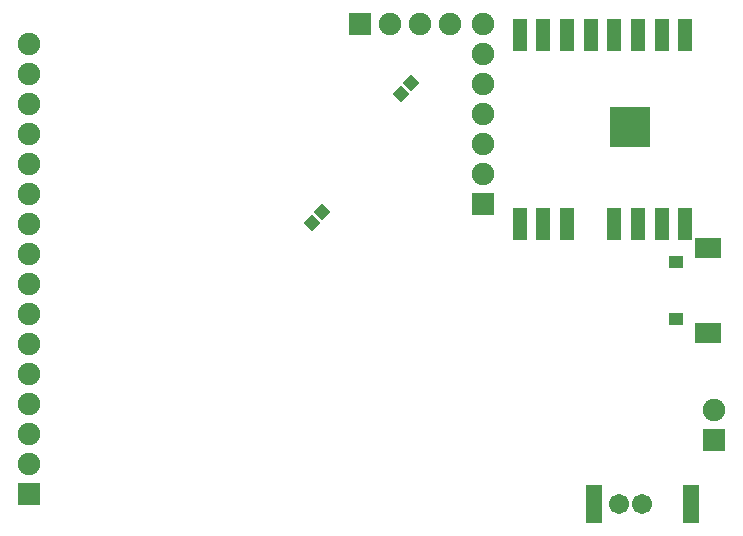
<source format=gbs>
G04*
G04 #@! TF.GenerationSoftware,Altium Limited,Altium Designer,18.1.9 (240)*
G04*
G04 Layer_Color=16711935*
%FSLAX25Y25*%
%MOIN*%
G70*
G01*
G75*
%ADD62P,0.05374X4X90.0*%
%ADD82R,0.07493X0.07493*%
%ADD83C,0.07493*%
%ADD84R,0.07493X0.07493*%
%ADD85R,0.05524X0.12611*%
%ADD86C,0.06706*%
%ADD87R,0.08674X0.06706*%
%ADD88R,0.04737X0.03950*%
%ADD100R,0.13398X0.13398*%
%ADD101R,0.05131X0.10642*%
D62*
X53000Y-67000D02*
D03*
X49381Y-70619D02*
D03*
X19691Y-113751D02*
D03*
X23310Y-110132D02*
D03*
D82*
X77000Y-107465D02*
D03*
X154000Y-186000D02*
D03*
X-74500Y-204000D02*
D03*
D83*
X77000Y-97465D02*
D03*
Y-87465D02*
D03*
Y-77465D02*
D03*
Y-67465D02*
D03*
Y-57465D02*
D03*
Y-47465D02*
D03*
X66000Y-47500D02*
D03*
X56000D02*
D03*
X46000D02*
D03*
X154000Y-176000D02*
D03*
X-74500Y-74000D02*
D03*
Y-94000D02*
D03*
Y-134000D02*
D03*
Y-144000D02*
D03*
Y-164000D02*
D03*
Y-194000D02*
D03*
Y-184000D02*
D03*
Y-174000D02*
D03*
Y-154000D02*
D03*
Y-124000D02*
D03*
Y-114000D02*
D03*
Y-104000D02*
D03*
Y-84000D02*
D03*
Y-64000D02*
D03*
Y-54000D02*
D03*
D84*
X36000Y-47500D02*
D03*
D85*
X146142Y-207500D02*
D03*
X113859D02*
D03*
D86*
X130000Y-207500D02*
D03*
X122126Y-207500D02*
D03*
D87*
X151998Y-150454D02*
D03*
Y-121911D02*
D03*
D88*
X141328Y-126636D02*
D03*
Y-145730D02*
D03*
D100*
X125748Y-81632D02*
D03*
D101*
X89132Y-50922D02*
D03*
X97006Y-50924D02*
D03*
X104880Y-50920D02*
D03*
X112754Y-50923D02*
D03*
X120628Y-50920D02*
D03*
X128502Y-50916D02*
D03*
X136376Y-50922D02*
D03*
X144250Y-50924D02*
D03*
X89132Y-113920D02*
D03*
X97006Y-113924D02*
D03*
X104880Y-113921D02*
D03*
X120628Y-113921D02*
D03*
X128502Y-113917D02*
D03*
X136376Y-113921D02*
D03*
X144250Y-113924D02*
D03*
M02*

</source>
